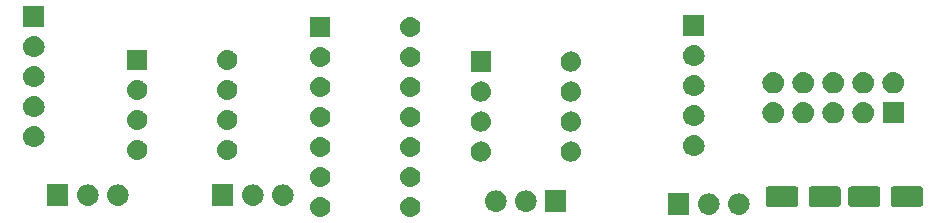
<source format=gbr>
G04 #@! TF.GenerationSoftware,KiCad,Pcbnew,(5.1.2-1)-1*
G04 #@! TF.CreationDate,2019-08-21T10:56:27-07:00*
G04 #@! TF.ProjectId,AS3360_VCA,41533333-3630-45f5-9643-412e6b696361,rev?*
G04 #@! TF.SameCoordinates,Original*
G04 #@! TF.FileFunction,Soldermask,Bot*
G04 #@! TF.FilePolarity,Negative*
%FSLAX46Y46*%
G04 Gerber Fmt 4.6, Leading zero omitted, Abs format (unit mm)*
G04 Created by KiCad (PCBNEW (5.1.2-1)-1) date 2019-08-21 10:56:27*
%MOMM*%
%LPD*%
G04 APERTURE LIST*
%ADD10C,0.100000*%
G04 APERTURE END LIST*
D10*
G36*
X89193823Y-107619313D02*
G01*
X89354242Y-107667976D01*
X89486906Y-107738886D01*
X89502078Y-107746996D01*
X89631659Y-107853341D01*
X89738004Y-107982922D01*
X89738005Y-107982924D01*
X89817024Y-108130758D01*
X89865687Y-108291177D01*
X89882117Y-108458000D01*
X89865687Y-108624823D01*
X89817024Y-108785242D01*
X89746114Y-108917906D01*
X89738004Y-108933078D01*
X89631659Y-109062659D01*
X89502078Y-109169004D01*
X89502076Y-109169005D01*
X89354242Y-109248024D01*
X89193823Y-109296687D01*
X89068804Y-109309000D01*
X88985196Y-109309000D01*
X88860177Y-109296687D01*
X88699758Y-109248024D01*
X88551924Y-109169005D01*
X88551922Y-109169004D01*
X88422341Y-109062659D01*
X88315996Y-108933078D01*
X88307886Y-108917906D01*
X88236976Y-108785242D01*
X88188313Y-108624823D01*
X88171883Y-108458000D01*
X88188313Y-108291177D01*
X88236976Y-108130758D01*
X88315995Y-107982924D01*
X88315996Y-107982922D01*
X88422341Y-107853341D01*
X88551922Y-107746996D01*
X88567094Y-107738886D01*
X88699758Y-107667976D01*
X88860177Y-107619313D01*
X88985196Y-107607000D01*
X89068804Y-107607000D01*
X89193823Y-107619313D01*
X89193823Y-107619313D01*
G37*
G36*
X81573823Y-107619313D02*
G01*
X81734242Y-107667976D01*
X81866906Y-107738886D01*
X81882078Y-107746996D01*
X82011659Y-107853341D01*
X82118004Y-107982922D01*
X82118005Y-107982924D01*
X82197024Y-108130758D01*
X82245687Y-108291177D01*
X82262117Y-108458000D01*
X82245687Y-108624823D01*
X82197024Y-108785242D01*
X82126114Y-108917906D01*
X82118004Y-108933078D01*
X82011659Y-109062659D01*
X81882078Y-109169004D01*
X81882076Y-109169005D01*
X81734242Y-109248024D01*
X81573823Y-109296687D01*
X81448804Y-109309000D01*
X81365196Y-109309000D01*
X81240177Y-109296687D01*
X81079758Y-109248024D01*
X80931924Y-109169005D01*
X80931922Y-109169004D01*
X80802341Y-109062659D01*
X80695996Y-108933078D01*
X80687886Y-108917906D01*
X80616976Y-108785242D01*
X80568313Y-108624823D01*
X80551883Y-108458000D01*
X80568313Y-108291177D01*
X80616976Y-108130758D01*
X80695995Y-107982924D01*
X80695996Y-107982922D01*
X80802341Y-107853341D01*
X80931922Y-107746996D01*
X80947094Y-107738886D01*
X81079758Y-107667976D01*
X81240177Y-107619313D01*
X81365196Y-107607000D01*
X81448804Y-107607000D01*
X81573823Y-107619313D01*
X81573823Y-107619313D01*
G37*
G36*
X116950442Y-107309518D02*
G01*
X117016627Y-107316037D01*
X117186466Y-107367557D01*
X117342991Y-107451222D01*
X117378729Y-107480552D01*
X117480186Y-107563814D01*
X117563448Y-107665271D01*
X117592778Y-107701009D01*
X117676443Y-107857534D01*
X117727963Y-108027373D01*
X117745359Y-108204000D01*
X117727963Y-108380627D01*
X117676443Y-108550466D01*
X117592778Y-108706991D01*
X117563448Y-108742729D01*
X117480186Y-108844186D01*
X117378729Y-108927448D01*
X117342991Y-108956778D01*
X117186466Y-109040443D01*
X117016627Y-109091963D01*
X116950443Y-109098481D01*
X116884260Y-109105000D01*
X116795740Y-109105000D01*
X116729557Y-109098481D01*
X116663373Y-109091963D01*
X116493534Y-109040443D01*
X116337009Y-108956778D01*
X116301271Y-108927448D01*
X116199814Y-108844186D01*
X116116552Y-108742729D01*
X116087222Y-108706991D01*
X116003557Y-108550466D01*
X115952037Y-108380627D01*
X115934641Y-108204000D01*
X115952037Y-108027373D01*
X116003557Y-107857534D01*
X116087222Y-107701009D01*
X116116552Y-107665271D01*
X116199814Y-107563814D01*
X116301271Y-107480552D01*
X116337009Y-107451222D01*
X116493534Y-107367557D01*
X116663373Y-107316037D01*
X116729558Y-107309518D01*
X116795740Y-107303000D01*
X116884260Y-107303000D01*
X116950442Y-107309518D01*
X116950442Y-107309518D01*
G37*
G36*
X114410442Y-107309518D02*
G01*
X114476627Y-107316037D01*
X114646466Y-107367557D01*
X114802991Y-107451222D01*
X114838729Y-107480552D01*
X114940186Y-107563814D01*
X115023448Y-107665271D01*
X115052778Y-107701009D01*
X115136443Y-107857534D01*
X115187963Y-108027373D01*
X115205359Y-108204000D01*
X115187963Y-108380627D01*
X115136443Y-108550466D01*
X115052778Y-108706991D01*
X115023448Y-108742729D01*
X114940186Y-108844186D01*
X114838729Y-108927448D01*
X114802991Y-108956778D01*
X114646466Y-109040443D01*
X114476627Y-109091963D01*
X114410443Y-109098481D01*
X114344260Y-109105000D01*
X114255740Y-109105000D01*
X114189557Y-109098481D01*
X114123373Y-109091963D01*
X113953534Y-109040443D01*
X113797009Y-108956778D01*
X113761271Y-108927448D01*
X113659814Y-108844186D01*
X113576552Y-108742729D01*
X113547222Y-108706991D01*
X113463557Y-108550466D01*
X113412037Y-108380627D01*
X113394641Y-108204000D01*
X113412037Y-108027373D01*
X113463557Y-107857534D01*
X113547222Y-107701009D01*
X113576552Y-107665271D01*
X113659814Y-107563814D01*
X113761271Y-107480552D01*
X113797009Y-107451222D01*
X113953534Y-107367557D01*
X114123373Y-107316037D01*
X114189558Y-107309518D01*
X114255740Y-107303000D01*
X114344260Y-107303000D01*
X114410442Y-107309518D01*
X114410442Y-107309518D01*
G37*
G36*
X112661000Y-109105000D02*
G01*
X110859000Y-109105000D01*
X110859000Y-107303000D01*
X112661000Y-107303000D01*
X112661000Y-109105000D01*
X112661000Y-109105000D01*
G37*
G36*
X96376442Y-107055518D02*
G01*
X96442627Y-107062037D01*
X96612466Y-107113557D01*
X96768991Y-107197222D01*
X96804729Y-107226552D01*
X96906186Y-107309814D01*
X96989448Y-107411271D01*
X97018778Y-107447009D01*
X97102443Y-107603534D01*
X97153963Y-107773373D01*
X97171359Y-107950000D01*
X97153963Y-108126627D01*
X97107910Y-108278443D01*
X97102442Y-108296468D01*
X97078046Y-108342109D01*
X97018778Y-108452991D01*
X97014667Y-108458000D01*
X96906186Y-108590186D01*
X96804729Y-108673448D01*
X96768991Y-108702778D01*
X96612466Y-108786443D01*
X96442627Y-108837963D01*
X96379453Y-108844185D01*
X96310260Y-108851000D01*
X96221740Y-108851000D01*
X96152547Y-108844185D01*
X96089373Y-108837963D01*
X95919534Y-108786443D01*
X95763009Y-108702778D01*
X95727271Y-108673448D01*
X95625814Y-108590186D01*
X95517333Y-108458000D01*
X95513222Y-108452991D01*
X95453954Y-108342109D01*
X95429558Y-108296468D01*
X95424090Y-108278443D01*
X95378037Y-108126627D01*
X95360641Y-107950000D01*
X95378037Y-107773373D01*
X95429557Y-107603534D01*
X95513222Y-107447009D01*
X95542552Y-107411271D01*
X95625814Y-107309814D01*
X95727271Y-107226552D01*
X95763009Y-107197222D01*
X95919534Y-107113557D01*
X96089373Y-107062037D01*
X96155558Y-107055518D01*
X96221740Y-107049000D01*
X96310260Y-107049000D01*
X96376442Y-107055518D01*
X96376442Y-107055518D01*
G37*
G36*
X98916442Y-107055518D02*
G01*
X98982627Y-107062037D01*
X99152466Y-107113557D01*
X99308991Y-107197222D01*
X99344729Y-107226552D01*
X99446186Y-107309814D01*
X99529448Y-107411271D01*
X99558778Y-107447009D01*
X99642443Y-107603534D01*
X99693963Y-107773373D01*
X99711359Y-107950000D01*
X99693963Y-108126627D01*
X99647910Y-108278443D01*
X99642442Y-108296468D01*
X99618046Y-108342109D01*
X99558778Y-108452991D01*
X99554667Y-108458000D01*
X99446186Y-108590186D01*
X99344729Y-108673448D01*
X99308991Y-108702778D01*
X99152466Y-108786443D01*
X98982627Y-108837963D01*
X98919453Y-108844185D01*
X98850260Y-108851000D01*
X98761740Y-108851000D01*
X98692547Y-108844185D01*
X98629373Y-108837963D01*
X98459534Y-108786443D01*
X98303009Y-108702778D01*
X98267271Y-108673448D01*
X98165814Y-108590186D01*
X98057333Y-108458000D01*
X98053222Y-108452991D01*
X97993954Y-108342109D01*
X97969558Y-108296468D01*
X97964090Y-108278443D01*
X97918037Y-108126627D01*
X97900641Y-107950000D01*
X97918037Y-107773373D01*
X97969557Y-107603534D01*
X98053222Y-107447009D01*
X98082552Y-107411271D01*
X98165814Y-107309814D01*
X98267271Y-107226552D01*
X98303009Y-107197222D01*
X98459534Y-107113557D01*
X98629373Y-107062037D01*
X98695558Y-107055518D01*
X98761740Y-107049000D01*
X98850260Y-107049000D01*
X98916442Y-107055518D01*
X98916442Y-107055518D01*
G37*
G36*
X102247000Y-108851000D02*
G01*
X100445000Y-108851000D01*
X100445000Y-107049000D01*
X102247000Y-107049000D01*
X102247000Y-108851000D01*
X102247000Y-108851000D01*
G37*
G36*
X121706997Y-106722051D02*
G01*
X121740652Y-106732261D01*
X121771665Y-106748838D01*
X121798851Y-106771149D01*
X121821162Y-106798335D01*
X121837739Y-106829348D01*
X121847949Y-106863003D01*
X121852000Y-106904138D01*
X121852000Y-108233862D01*
X121847949Y-108274997D01*
X121837739Y-108308652D01*
X121821162Y-108339665D01*
X121798851Y-108366851D01*
X121771665Y-108389162D01*
X121740652Y-108405739D01*
X121706997Y-108415949D01*
X121665862Y-108420000D01*
X119336138Y-108420000D01*
X119295003Y-108415949D01*
X119261348Y-108405739D01*
X119230335Y-108389162D01*
X119203149Y-108366851D01*
X119180838Y-108339665D01*
X119164261Y-108308652D01*
X119154051Y-108274997D01*
X119150000Y-108233862D01*
X119150000Y-106904138D01*
X119154051Y-106863003D01*
X119164261Y-106829348D01*
X119180838Y-106798335D01*
X119203149Y-106771149D01*
X119230335Y-106748838D01*
X119261348Y-106732261D01*
X119295003Y-106722051D01*
X119336138Y-106718000D01*
X121665862Y-106718000D01*
X121706997Y-106722051D01*
X121706997Y-106722051D01*
G37*
G36*
X125306997Y-106722051D02*
G01*
X125340652Y-106732261D01*
X125371665Y-106748838D01*
X125398851Y-106771149D01*
X125421162Y-106798335D01*
X125437739Y-106829348D01*
X125447949Y-106863003D01*
X125452000Y-106904138D01*
X125452000Y-108233862D01*
X125447949Y-108274997D01*
X125437739Y-108308652D01*
X125421162Y-108339665D01*
X125398851Y-108366851D01*
X125371665Y-108389162D01*
X125340652Y-108405739D01*
X125306997Y-108415949D01*
X125265862Y-108420000D01*
X122936138Y-108420000D01*
X122895003Y-108415949D01*
X122861348Y-108405739D01*
X122830335Y-108389162D01*
X122803149Y-108366851D01*
X122780838Y-108339665D01*
X122764261Y-108308652D01*
X122754051Y-108274997D01*
X122750000Y-108233862D01*
X122750000Y-106904138D01*
X122754051Y-106863003D01*
X122764261Y-106829348D01*
X122780838Y-106798335D01*
X122803149Y-106771149D01*
X122830335Y-106748838D01*
X122861348Y-106732261D01*
X122895003Y-106722051D01*
X122936138Y-106718000D01*
X125265862Y-106718000D01*
X125306997Y-106722051D01*
X125306997Y-106722051D01*
G37*
G36*
X128669997Y-106722051D02*
G01*
X128703652Y-106732261D01*
X128734665Y-106748838D01*
X128761851Y-106771149D01*
X128784162Y-106798335D01*
X128800739Y-106829348D01*
X128810949Y-106863003D01*
X128815000Y-106904138D01*
X128815000Y-108233862D01*
X128810949Y-108274997D01*
X128800739Y-108308652D01*
X128784162Y-108339665D01*
X128761851Y-108366851D01*
X128734665Y-108389162D01*
X128703652Y-108405739D01*
X128669997Y-108415949D01*
X128628862Y-108420000D01*
X126299138Y-108420000D01*
X126258003Y-108415949D01*
X126224348Y-108405739D01*
X126193335Y-108389162D01*
X126166149Y-108366851D01*
X126143838Y-108339665D01*
X126127261Y-108308652D01*
X126117051Y-108274997D01*
X126113000Y-108233862D01*
X126113000Y-106904138D01*
X126117051Y-106863003D01*
X126127261Y-106829348D01*
X126143838Y-106798335D01*
X126166149Y-106771149D01*
X126193335Y-106748838D01*
X126224348Y-106732261D01*
X126258003Y-106722051D01*
X126299138Y-106718000D01*
X128628862Y-106718000D01*
X128669997Y-106722051D01*
X128669997Y-106722051D01*
G37*
G36*
X132269997Y-106722051D02*
G01*
X132303652Y-106732261D01*
X132334665Y-106748838D01*
X132361851Y-106771149D01*
X132384162Y-106798335D01*
X132400739Y-106829348D01*
X132410949Y-106863003D01*
X132415000Y-106904138D01*
X132415000Y-108233862D01*
X132410949Y-108274997D01*
X132400739Y-108308652D01*
X132384162Y-108339665D01*
X132361851Y-108366851D01*
X132334665Y-108389162D01*
X132303652Y-108405739D01*
X132269997Y-108415949D01*
X132228862Y-108420000D01*
X129899138Y-108420000D01*
X129858003Y-108415949D01*
X129824348Y-108405739D01*
X129793335Y-108389162D01*
X129766149Y-108366851D01*
X129743838Y-108339665D01*
X129727261Y-108308652D01*
X129717051Y-108274997D01*
X129713000Y-108233862D01*
X129713000Y-106904138D01*
X129717051Y-106863003D01*
X129727261Y-106829348D01*
X129743838Y-106798335D01*
X129766149Y-106771149D01*
X129793335Y-106748838D01*
X129824348Y-106732261D01*
X129858003Y-106722051D01*
X129899138Y-106718000D01*
X132228862Y-106718000D01*
X132269997Y-106722051D01*
X132269997Y-106722051D01*
G37*
G36*
X78342443Y-106547519D02*
G01*
X78408627Y-106554037D01*
X78578466Y-106605557D01*
X78734991Y-106689222D01*
X78757901Y-106708024D01*
X78872186Y-106801814D01*
X78938129Y-106882167D01*
X78984778Y-106939009D01*
X79068443Y-107095534D01*
X79119963Y-107265373D01*
X79137359Y-107442000D01*
X79119963Y-107618627D01*
X79068443Y-107788466D01*
X78984778Y-107944991D01*
X78980667Y-107950000D01*
X78872186Y-108082186D01*
X78784602Y-108154063D01*
X78734991Y-108194778D01*
X78578466Y-108278443D01*
X78408627Y-108329963D01*
X78342442Y-108336482D01*
X78276260Y-108343000D01*
X78187740Y-108343000D01*
X78121558Y-108336482D01*
X78055373Y-108329963D01*
X77885534Y-108278443D01*
X77729009Y-108194778D01*
X77679398Y-108154063D01*
X77591814Y-108082186D01*
X77483333Y-107950000D01*
X77479222Y-107944991D01*
X77395557Y-107788466D01*
X77344037Y-107618627D01*
X77326641Y-107442000D01*
X77344037Y-107265373D01*
X77395557Y-107095534D01*
X77479222Y-106939009D01*
X77525871Y-106882167D01*
X77591814Y-106801814D01*
X77706099Y-106708024D01*
X77729009Y-106689222D01*
X77885534Y-106605557D01*
X78055373Y-106554037D01*
X78121557Y-106547519D01*
X78187740Y-106541000D01*
X78276260Y-106541000D01*
X78342443Y-106547519D01*
X78342443Y-106547519D01*
G37*
G36*
X75802443Y-106547519D02*
G01*
X75868627Y-106554037D01*
X76038466Y-106605557D01*
X76194991Y-106689222D01*
X76217901Y-106708024D01*
X76332186Y-106801814D01*
X76398129Y-106882167D01*
X76444778Y-106939009D01*
X76528443Y-107095534D01*
X76579963Y-107265373D01*
X76597359Y-107442000D01*
X76579963Y-107618627D01*
X76528443Y-107788466D01*
X76444778Y-107944991D01*
X76440667Y-107950000D01*
X76332186Y-108082186D01*
X76244602Y-108154063D01*
X76194991Y-108194778D01*
X76038466Y-108278443D01*
X75868627Y-108329963D01*
X75802442Y-108336482D01*
X75736260Y-108343000D01*
X75647740Y-108343000D01*
X75581558Y-108336482D01*
X75515373Y-108329963D01*
X75345534Y-108278443D01*
X75189009Y-108194778D01*
X75139398Y-108154063D01*
X75051814Y-108082186D01*
X74943333Y-107950000D01*
X74939222Y-107944991D01*
X74855557Y-107788466D01*
X74804037Y-107618627D01*
X74786641Y-107442000D01*
X74804037Y-107265373D01*
X74855557Y-107095534D01*
X74939222Y-106939009D01*
X74985871Y-106882167D01*
X75051814Y-106801814D01*
X75166099Y-106708024D01*
X75189009Y-106689222D01*
X75345534Y-106605557D01*
X75515373Y-106554037D01*
X75581557Y-106547519D01*
X75647740Y-106541000D01*
X75736260Y-106541000D01*
X75802443Y-106547519D01*
X75802443Y-106547519D01*
G37*
G36*
X74053000Y-108343000D02*
G01*
X72251000Y-108343000D01*
X72251000Y-106541000D01*
X74053000Y-106541000D01*
X74053000Y-108343000D01*
X74053000Y-108343000D01*
G37*
G36*
X64372443Y-106547519D02*
G01*
X64438627Y-106554037D01*
X64608466Y-106605557D01*
X64764991Y-106689222D01*
X64787901Y-106708024D01*
X64902186Y-106801814D01*
X64968129Y-106882167D01*
X65014778Y-106939009D01*
X65098443Y-107095534D01*
X65149963Y-107265373D01*
X65167359Y-107442000D01*
X65149963Y-107618627D01*
X65098443Y-107788466D01*
X65014778Y-107944991D01*
X65010667Y-107950000D01*
X64902186Y-108082186D01*
X64814602Y-108154063D01*
X64764991Y-108194778D01*
X64608466Y-108278443D01*
X64438627Y-108329963D01*
X64372442Y-108336482D01*
X64306260Y-108343000D01*
X64217740Y-108343000D01*
X64151558Y-108336482D01*
X64085373Y-108329963D01*
X63915534Y-108278443D01*
X63759009Y-108194778D01*
X63709398Y-108154063D01*
X63621814Y-108082186D01*
X63513333Y-107950000D01*
X63509222Y-107944991D01*
X63425557Y-107788466D01*
X63374037Y-107618627D01*
X63356641Y-107442000D01*
X63374037Y-107265373D01*
X63425557Y-107095534D01*
X63509222Y-106939009D01*
X63555871Y-106882167D01*
X63621814Y-106801814D01*
X63736099Y-106708024D01*
X63759009Y-106689222D01*
X63915534Y-106605557D01*
X64085373Y-106554037D01*
X64151557Y-106547519D01*
X64217740Y-106541000D01*
X64306260Y-106541000D01*
X64372443Y-106547519D01*
X64372443Y-106547519D01*
G37*
G36*
X61832443Y-106547519D02*
G01*
X61898627Y-106554037D01*
X62068466Y-106605557D01*
X62224991Y-106689222D01*
X62247901Y-106708024D01*
X62362186Y-106801814D01*
X62428129Y-106882167D01*
X62474778Y-106939009D01*
X62558443Y-107095534D01*
X62609963Y-107265373D01*
X62627359Y-107442000D01*
X62609963Y-107618627D01*
X62558443Y-107788466D01*
X62474778Y-107944991D01*
X62470667Y-107950000D01*
X62362186Y-108082186D01*
X62274602Y-108154063D01*
X62224991Y-108194778D01*
X62068466Y-108278443D01*
X61898627Y-108329963D01*
X61832442Y-108336482D01*
X61766260Y-108343000D01*
X61677740Y-108343000D01*
X61611558Y-108336482D01*
X61545373Y-108329963D01*
X61375534Y-108278443D01*
X61219009Y-108194778D01*
X61169398Y-108154063D01*
X61081814Y-108082186D01*
X60973333Y-107950000D01*
X60969222Y-107944991D01*
X60885557Y-107788466D01*
X60834037Y-107618627D01*
X60816641Y-107442000D01*
X60834037Y-107265373D01*
X60885557Y-107095534D01*
X60969222Y-106939009D01*
X61015871Y-106882167D01*
X61081814Y-106801814D01*
X61196099Y-106708024D01*
X61219009Y-106689222D01*
X61375534Y-106605557D01*
X61545373Y-106554037D01*
X61611557Y-106547519D01*
X61677740Y-106541000D01*
X61766260Y-106541000D01*
X61832443Y-106547519D01*
X61832443Y-106547519D01*
G37*
G36*
X60083000Y-108343000D02*
G01*
X58281000Y-108343000D01*
X58281000Y-106541000D01*
X60083000Y-106541000D01*
X60083000Y-108343000D01*
X60083000Y-108343000D01*
G37*
G36*
X89193823Y-105079313D02*
G01*
X89354242Y-105127976D01*
X89486906Y-105198886D01*
X89502078Y-105206996D01*
X89631659Y-105313341D01*
X89738004Y-105442922D01*
X89738005Y-105442924D01*
X89817024Y-105590758D01*
X89865687Y-105751177D01*
X89882117Y-105918000D01*
X89865687Y-106084823D01*
X89817024Y-106245242D01*
X89746114Y-106377906D01*
X89738004Y-106393078D01*
X89631659Y-106522659D01*
X89502078Y-106629004D01*
X89502076Y-106629005D01*
X89354242Y-106708024D01*
X89193823Y-106756687D01*
X89068804Y-106769000D01*
X88985196Y-106769000D01*
X88860177Y-106756687D01*
X88699758Y-106708024D01*
X88551924Y-106629005D01*
X88551922Y-106629004D01*
X88422341Y-106522659D01*
X88315996Y-106393078D01*
X88307886Y-106377906D01*
X88236976Y-106245242D01*
X88188313Y-106084823D01*
X88171883Y-105918000D01*
X88188313Y-105751177D01*
X88236976Y-105590758D01*
X88315995Y-105442924D01*
X88315996Y-105442922D01*
X88422341Y-105313341D01*
X88551922Y-105206996D01*
X88567094Y-105198886D01*
X88699758Y-105127976D01*
X88860177Y-105079313D01*
X88985196Y-105067000D01*
X89068804Y-105067000D01*
X89193823Y-105079313D01*
X89193823Y-105079313D01*
G37*
G36*
X81573823Y-105079313D02*
G01*
X81734242Y-105127976D01*
X81866906Y-105198886D01*
X81882078Y-105206996D01*
X82011659Y-105313341D01*
X82118004Y-105442922D01*
X82118005Y-105442924D01*
X82197024Y-105590758D01*
X82245687Y-105751177D01*
X82262117Y-105918000D01*
X82245687Y-106084823D01*
X82197024Y-106245242D01*
X82126114Y-106377906D01*
X82118004Y-106393078D01*
X82011659Y-106522659D01*
X81882078Y-106629004D01*
X81882076Y-106629005D01*
X81734242Y-106708024D01*
X81573823Y-106756687D01*
X81448804Y-106769000D01*
X81365196Y-106769000D01*
X81240177Y-106756687D01*
X81079758Y-106708024D01*
X80931924Y-106629005D01*
X80931922Y-106629004D01*
X80802341Y-106522659D01*
X80695996Y-106393078D01*
X80687886Y-106377906D01*
X80616976Y-106245242D01*
X80568313Y-106084823D01*
X80551883Y-105918000D01*
X80568313Y-105751177D01*
X80616976Y-105590758D01*
X80695995Y-105442924D01*
X80695996Y-105442922D01*
X80802341Y-105313341D01*
X80931922Y-105206996D01*
X80947094Y-105198886D01*
X81079758Y-105127976D01*
X81240177Y-105079313D01*
X81365196Y-105067000D01*
X81448804Y-105067000D01*
X81573823Y-105079313D01*
X81573823Y-105079313D01*
G37*
G36*
X95162823Y-102920313D02*
G01*
X95323242Y-102968976D01*
X95432435Y-103027341D01*
X95471078Y-103047996D01*
X95600659Y-103154341D01*
X95707004Y-103283922D01*
X95707005Y-103283924D01*
X95786024Y-103431758D01*
X95834687Y-103592177D01*
X95851117Y-103759000D01*
X95834687Y-103925823D01*
X95786024Y-104086242D01*
X95742310Y-104168025D01*
X95707004Y-104234078D01*
X95600659Y-104363659D01*
X95471078Y-104470004D01*
X95471076Y-104470005D01*
X95323242Y-104549024D01*
X95162823Y-104597687D01*
X95037804Y-104610000D01*
X94954196Y-104610000D01*
X94829177Y-104597687D01*
X94668758Y-104549024D01*
X94520924Y-104470005D01*
X94520922Y-104470004D01*
X94391341Y-104363659D01*
X94284996Y-104234078D01*
X94249690Y-104168025D01*
X94205976Y-104086242D01*
X94157313Y-103925823D01*
X94140883Y-103759000D01*
X94157313Y-103592177D01*
X94205976Y-103431758D01*
X94284995Y-103283924D01*
X94284996Y-103283922D01*
X94391341Y-103154341D01*
X94520922Y-103047996D01*
X94559565Y-103027341D01*
X94668758Y-102968976D01*
X94829177Y-102920313D01*
X94954196Y-102908000D01*
X95037804Y-102908000D01*
X95162823Y-102920313D01*
X95162823Y-102920313D01*
G37*
G36*
X102782823Y-102920313D02*
G01*
X102943242Y-102968976D01*
X103052435Y-103027341D01*
X103091078Y-103047996D01*
X103220659Y-103154341D01*
X103327004Y-103283922D01*
X103327005Y-103283924D01*
X103406024Y-103431758D01*
X103454687Y-103592177D01*
X103471117Y-103759000D01*
X103454687Y-103925823D01*
X103406024Y-104086242D01*
X103362310Y-104168025D01*
X103327004Y-104234078D01*
X103220659Y-104363659D01*
X103091078Y-104470004D01*
X103091076Y-104470005D01*
X102943242Y-104549024D01*
X102782823Y-104597687D01*
X102657804Y-104610000D01*
X102574196Y-104610000D01*
X102449177Y-104597687D01*
X102288758Y-104549024D01*
X102140924Y-104470005D01*
X102140922Y-104470004D01*
X102011341Y-104363659D01*
X101904996Y-104234078D01*
X101869690Y-104168025D01*
X101825976Y-104086242D01*
X101777313Y-103925823D01*
X101760883Y-103759000D01*
X101777313Y-103592177D01*
X101825976Y-103431758D01*
X101904995Y-103283924D01*
X101904996Y-103283922D01*
X102011341Y-103154341D01*
X102140922Y-103047996D01*
X102179565Y-103027341D01*
X102288758Y-102968976D01*
X102449177Y-102920313D01*
X102574196Y-102908000D01*
X102657804Y-102908000D01*
X102782823Y-102920313D01*
X102782823Y-102920313D01*
G37*
G36*
X66079823Y-102793313D02*
G01*
X66240242Y-102841976D01*
X66357276Y-102904532D01*
X66388078Y-102920996D01*
X66517659Y-103027341D01*
X66624004Y-103156922D01*
X66624005Y-103156924D01*
X66703024Y-103304758D01*
X66703025Y-103304761D01*
X66709299Y-103325443D01*
X66751687Y-103465177D01*
X66768117Y-103632000D01*
X66751687Y-103798823D01*
X66703024Y-103959242D01*
X66690507Y-103982659D01*
X66624004Y-104107078D01*
X66517659Y-104236659D01*
X66388078Y-104343004D01*
X66388076Y-104343005D01*
X66240242Y-104422024D01*
X66079823Y-104470687D01*
X65954804Y-104483000D01*
X65871196Y-104483000D01*
X65746177Y-104470687D01*
X65585758Y-104422024D01*
X65437924Y-104343005D01*
X65437922Y-104343004D01*
X65308341Y-104236659D01*
X65201996Y-104107078D01*
X65135493Y-103982659D01*
X65122976Y-103959242D01*
X65074313Y-103798823D01*
X65057883Y-103632000D01*
X65074313Y-103465177D01*
X65116701Y-103325443D01*
X65122975Y-103304761D01*
X65122976Y-103304758D01*
X65201995Y-103156924D01*
X65201996Y-103156922D01*
X65308341Y-103027341D01*
X65437922Y-102920996D01*
X65468724Y-102904532D01*
X65585758Y-102841976D01*
X65746177Y-102793313D01*
X65871196Y-102781000D01*
X65954804Y-102781000D01*
X66079823Y-102793313D01*
X66079823Y-102793313D01*
G37*
G36*
X73699823Y-102793313D02*
G01*
X73860242Y-102841976D01*
X73977276Y-102904532D01*
X74008078Y-102920996D01*
X74137659Y-103027341D01*
X74244004Y-103156922D01*
X74244005Y-103156924D01*
X74323024Y-103304758D01*
X74323025Y-103304761D01*
X74329299Y-103325443D01*
X74371687Y-103465177D01*
X74388117Y-103632000D01*
X74371687Y-103798823D01*
X74323024Y-103959242D01*
X74310507Y-103982659D01*
X74244004Y-104107078D01*
X74137659Y-104236659D01*
X74008078Y-104343004D01*
X74008076Y-104343005D01*
X73860242Y-104422024D01*
X73699823Y-104470687D01*
X73574804Y-104483000D01*
X73491196Y-104483000D01*
X73366177Y-104470687D01*
X73205758Y-104422024D01*
X73057924Y-104343005D01*
X73057922Y-104343004D01*
X72928341Y-104236659D01*
X72821996Y-104107078D01*
X72755493Y-103982659D01*
X72742976Y-103959242D01*
X72694313Y-103798823D01*
X72677883Y-103632000D01*
X72694313Y-103465177D01*
X72736701Y-103325443D01*
X72742975Y-103304761D01*
X72742976Y-103304758D01*
X72821995Y-103156924D01*
X72821996Y-103156922D01*
X72928341Y-103027341D01*
X73057922Y-102920996D01*
X73088724Y-102904532D01*
X73205758Y-102841976D01*
X73366177Y-102793313D01*
X73491196Y-102781000D01*
X73574804Y-102781000D01*
X73699823Y-102793313D01*
X73699823Y-102793313D01*
G37*
G36*
X89193823Y-102539313D02*
G01*
X89354242Y-102587976D01*
X89486906Y-102658886D01*
X89502078Y-102666996D01*
X89631659Y-102773341D01*
X89738004Y-102902922D01*
X89738866Y-102904534D01*
X89817024Y-103050758D01*
X89865687Y-103211177D01*
X89882117Y-103378000D01*
X89865687Y-103544823D01*
X89817024Y-103705242D01*
X89767004Y-103798823D01*
X89738004Y-103853078D01*
X89631659Y-103982659D01*
X89502078Y-104089004D01*
X89502076Y-104089005D01*
X89354242Y-104168024D01*
X89193823Y-104216687D01*
X89068804Y-104229000D01*
X88985196Y-104229000D01*
X88860177Y-104216687D01*
X88699758Y-104168024D01*
X88551924Y-104089005D01*
X88551922Y-104089004D01*
X88422341Y-103982659D01*
X88315996Y-103853078D01*
X88286996Y-103798823D01*
X88236976Y-103705242D01*
X88188313Y-103544823D01*
X88171883Y-103378000D01*
X88188313Y-103211177D01*
X88236976Y-103050758D01*
X88315134Y-102904534D01*
X88315996Y-102902922D01*
X88422341Y-102773341D01*
X88551922Y-102666996D01*
X88567094Y-102658886D01*
X88699758Y-102587976D01*
X88860177Y-102539313D01*
X88985196Y-102527000D01*
X89068804Y-102527000D01*
X89193823Y-102539313D01*
X89193823Y-102539313D01*
G37*
G36*
X81573823Y-102539313D02*
G01*
X81734242Y-102587976D01*
X81866906Y-102658886D01*
X81882078Y-102666996D01*
X82011659Y-102773341D01*
X82118004Y-102902922D01*
X82118866Y-102904534D01*
X82197024Y-103050758D01*
X82245687Y-103211177D01*
X82262117Y-103378000D01*
X82245687Y-103544823D01*
X82197024Y-103705242D01*
X82147004Y-103798823D01*
X82118004Y-103853078D01*
X82011659Y-103982659D01*
X81882078Y-104089004D01*
X81882076Y-104089005D01*
X81734242Y-104168024D01*
X81573823Y-104216687D01*
X81448804Y-104229000D01*
X81365196Y-104229000D01*
X81240177Y-104216687D01*
X81079758Y-104168024D01*
X80931924Y-104089005D01*
X80931922Y-104089004D01*
X80802341Y-103982659D01*
X80695996Y-103853078D01*
X80666996Y-103798823D01*
X80616976Y-103705242D01*
X80568313Y-103544823D01*
X80551883Y-103378000D01*
X80568313Y-103211177D01*
X80616976Y-103050758D01*
X80695134Y-102904534D01*
X80695996Y-102902922D01*
X80802341Y-102773341D01*
X80931922Y-102666996D01*
X80947094Y-102658886D01*
X81079758Y-102587976D01*
X81240177Y-102539313D01*
X81365196Y-102527000D01*
X81448804Y-102527000D01*
X81573823Y-102539313D01*
X81573823Y-102539313D01*
G37*
G36*
X113140442Y-102356518D02*
G01*
X113206627Y-102363037D01*
X113376466Y-102414557D01*
X113532991Y-102498222D01*
X113568057Y-102527000D01*
X113670186Y-102610814D01*
X113753448Y-102712271D01*
X113782778Y-102748009D01*
X113866443Y-102904534D01*
X113917963Y-103074373D01*
X113935359Y-103251000D01*
X113917963Y-103427627D01*
X113866443Y-103597466D01*
X113782778Y-103753991D01*
X113778667Y-103759000D01*
X113670186Y-103891186D01*
X113587262Y-103959239D01*
X113532991Y-104003778D01*
X113376466Y-104087443D01*
X113206627Y-104138963D01*
X113140443Y-104145481D01*
X113074260Y-104152000D01*
X112985740Y-104152000D01*
X112919558Y-104145482D01*
X112853373Y-104138963D01*
X112683534Y-104087443D01*
X112527009Y-104003778D01*
X112472738Y-103959239D01*
X112389814Y-103891186D01*
X112281333Y-103759000D01*
X112277222Y-103753991D01*
X112193557Y-103597466D01*
X112142037Y-103427627D01*
X112124641Y-103251000D01*
X112142037Y-103074373D01*
X112193557Y-102904534D01*
X112277222Y-102748009D01*
X112306552Y-102712271D01*
X112389814Y-102610814D01*
X112491943Y-102527000D01*
X112527009Y-102498222D01*
X112683534Y-102414557D01*
X112853373Y-102363037D01*
X112919557Y-102356519D01*
X112985740Y-102350000D01*
X113074260Y-102350000D01*
X113140442Y-102356518D01*
X113140442Y-102356518D01*
G37*
G36*
X57260443Y-101594519D02*
G01*
X57326627Y-101601037D01*
X57496466Y-101652557D01*
X57652991Y-101736222D01*
X57688729Y-101765552D01*
X57790186Y-101848814D01*
X57857376Y-101930687D01*
X57902778Y-101986009D01*
X57986443Y-102142534D01*
X58037963Y-102312373D01*
X58055359Y-102489000D01*
X58037963Y-102665627D01*
X57986443Y-102835466D01*
X57902778Y-102991991D01*
X57873767Y-103027341D01*
X57790186Y-103129186D01*
X57690281Y-103211175D01*
X57652991Y-103241778D01*
X57496466Y-103325443D01*
X57326627Y-103376963D01*
X57260443Y-103383481D01*
X57194260Y-103390000D01*
X57105740Y-103390000D01*
X57039557Y-103383481D01*
X56973373Y-103376963D01*
X56803534Y-103325443D01*
X56647009Y-103241778D01*
X56609719Y-103211175D01*
X56509814Y-103129186D01*
X56426233Y-103027341D01*
X56397222Y-102991991D01*
X56313557Y-102835466D01*
X56262037Y-102665627D01*
X56244641Y-102489000D01*
X56262037Y-102312373D01*
X56313557Y-102142534D01*
X56397222Y-101986009D01*
X56442624Y-101930687D01*
X56509814Y-101848814D01*
X56611271Y-101765552D01*
X56647009Y-101736222D01*
X56803534Y-101652557D01*
X56973373Y-101601037D01*
X57039557Y-101594519D01*
X57105740Y-101588000D01*
X57194260Y-101588000D01*
X57260443Y-101594519D01*
X57260443Y-101594519D01*
G37*
G36*
X95162823Y-100380313D02*
G01*
X95323242Y-100428976D01*
X95432435Y-100487341D01*
X95471078Y-100507996D01*
X95600659Y-100614341D01*
X95707004Y-100743922D01*
X95707005Y-100743924D01*
X95786024Y-100891758D01*
X95834687Y-101052177D01*
X95851117Y-101219000D01*
X95834687Y-101385823D01*
X95786024Y-101546242D01*
X95742310Y-101628025D01*
X95707004Y-101694078D01*
X95600659Y-101823659D01*
X95471078Y-101930004D01*
X95471076Y-101930005D01*
X95323242Y-102009024D01*
X95162823Y-102057687D01*
X95037804Y-102070000D01*
X94954196Y-102070000D01*
X94829177Y-102057687D01*
X94668758Y-102009024D01*
X94520924Y-101930005D01*
X94520922Y-101930004D01*
X94391341Y-101823659D01*
X94284996Y-101694078D01*
X94249690Y-101628025D01*
X94205976Y-101546242D01*
X94157313Y-101385823D01*
X94140883Y-101219000D01*
X94157313Y-101052177D01*
X94205976Y-100891758D01*
X94284995Y-100743924D01*
X94284996Y-100743922D01*
X94391341Y-100614341D01*
X94520922Y-100507996D01*
X94559565Y-100487341D01*
X94668758Y-100428976D01*
X94829177Y-100380313D01*
X94954196Y-100368000D01*
X95037804Y-100368000D01*
X95162823Y-100380313D01*
X95162823Y-100380313D01*
G37*
G36*
X102782823Y-100380313D02*
G01*
X102943242Y-100428976D01*
X103052435Y-100487341D01*
X103091078Y-100507996D01*
X103220659Y-100614341D01*
X103327004Y-100743922D01*
X103327005Y-100743924D01*
X103406024Y-100891758D01*
X103454687Y-101052177D01*
X103471117Y-101219000D01*
X103454687Y-101385823D01*
X103406024Y-101546242D01*
X103362310Y-101628025D01*
X103327004Y-101694078D01*
X103220659Y-101823659D01*
X103091078Y-101930004D01*
X103091076Y-101930005D01*
X102943242Y-102009024D01*
X102782823Y-102057687D01*
X102657804Y-102070000D01*
X102574196Y-102070000D01*
X102449177Y-102057687D01*
X102288758Y-102009024D01*
X102140924Y-101930005D01*
X102140922Y-101930004D01*
X102011341Y-101823659D01*
X101904996Y-101694078D01*
X101869690Y-101628025D01*
X101825976Y-101546242D01*
X101777313Y-101385823D01*
X101760883Y-101219000D01*
X101777313Y-101052177D01*
X101825976Y-100891758D01*
X101904995Y-100743924D01*
X101904996Y-100743922D01*
X102011341Y-100614341D01*
X102140922Y-100507996D01*
X102179565Y-100487341D01*
X102288758Y-100428976D01*
X102449177Y-100380313D01*
X102574196Y-100368000D01*
X102657804Y-100368000D01*
X102782823Y-100380313D01*
X102782823Y-100380313D01*
G37*
G36*
X73699823Y-100253313D02*
G01*
X73860242Y-100301976D01*
X73977276Y-100364532D01*
X74008078Y-100380996D01*
X74137659Y-100487341D01*
X74244004Y-100616922D01*
X74244005Y-100616924D01*
X74323024Y-100764758D01*
X74323025Y-100764761D01*
X74329299Y-100785443D01*
X74371687Y-100925177D01*
X74388117Y-101092000D01*
X74371687Y-101258823D01*
X74323024Y-101419242D01*
X74310507Y-101442659D01*
X74244004Y-101567078D01*
X74137659Y-101696659D01*
X74008078Y-101803004D01*
X74008076Y-101803005D01*
X73860242Y-101882024D01*
X73699823Y-101930687D01*
X73574804Y-101943000D01*
X73491196Y-101943000D01*
X73366177Y-101930687D01*
X73205758Y-101882024D01*
X73057924Y-101803005D01*
X73057922Y-101803004D01*
X72928341Y-101696659D01*
X72821996Y-101567078D01*
X72755493Y-101442659D01*
X72742976Y-101419242D01*
X72694313Y-101258823D01*
X72677883Y-101092000D01*
X72694313Y-100925177D01*
X72736701Y-100785443D01*
X72742975Y-100764761D01*
X72742976Y-100764758D01*
X72821995Y-100616924D01*
X72821996Y-100616922D01*
X72928341Y-100487341D01*
X73057922Y-100380996D01*
X73088724Y-100364532D01*
X73205758Y-100301976D01*
X73366177Y-100253313D01*
X73491196Y-100241000D01*
X73574804Y-100241000D01*
X73699823Y-100253313D01*
X73699823Y-100253313D01*
G37*
G36*
X66079823Y-100253313D02*
G01*
X66240242Y-100301976D01*
X66357276Y-100364532D01*
X66388078Y-100380996D01*
X66517659Y-100487341D01*
X66624004Y-100616922D01*
X66624005Y-100616924D01*
X66703024Y-100764758D01*
X66703025Y-100764761D01*
X66709299Y-100785443D01*
X66751687Y-100925177D01*
X66768117Y-101092000D01*
X66751687Y-101258823D01*
X66703024Y-101419242D01*
X66690507Y-101442659D01*
X66624004Y-101567078D01*
X66517659Y-101696659D01*
X66388078Y-101803004D01*
X66388076Y-101803005D01*
X66240242Y-101882024D01*
X66079823Y-101930687D01*
X65954804Y-101943000D01*
X65871196Y-101943000D01*
X65746177Y-101930687D01*
X65585758Y-101882024D01*
X65437924Y-101803005D01*
X65437922Y-101803004D01*
X65308341Y-101696659D01*
X65201996Y-101567078D01*
X65135493Y-101442659D01*
X65122976Y-101419242D01*
X65074313Y-101258823D01*
X65057883Y-101092000D01*
X65074313Y-100925177D01*
X65116701Y-100785443D01*
X65122975Y-100764761D01*
X65122976Y-100764758D01*
X65201995Y-100616924D01*
X65201996Y-100616922D01*
X65308341Y-100487341D01*
X65437922Y-100380996D01*
X65468724Y-100364532D01*
X65585758Y-100301976D01*
X65746177Y-100253313D01*
X65871196Y-100241000D01*
X65954804Y-100241000D01*
X66079823Y-100253313D01*
X66079823Y-100253313D01*
G37*
G36*
X89193823Y-99999313D02*
G01*
X89354242Y-100047976D01*
X89461495Y-100105304D01*
X89502078Y-100126996D01*
X89631659Y-100233341D01*
X89738004Y-100362922D01*
X89738866Y-100364534D01*
X89817024Y-100510758D01*
X89865687Y-100671177D01*
X89882117Y-100838000D01*
X89865687Y-101004823D01*
X89817024Y-101165242D01*
X89767004Y-101258823D01*
X89738004Y-101313078D01*
X89631659Y-101442659D01*
X89502078Y-101549004D01*
X89502076Y-101549005D01*
X89354242Y-101628024D01*
X89193823Y-101676687D01*
X89068804Y-101689000D01*
X88985196Y-101689000D01*
X88860177Y-101676687D01*
X88699758Y-101628024D01*
X88551924Y-101549005D01*
X88551922Y-101549004D01*
X88422341Y-101442659D01*
X88315996Y-101313078D01*
X88286996Y-101258823D01*
X88236976Y-101165242D01*
X88188313Y-101004823D01*
X88171883Y-100838000D01*
X88188313Y-100671177D01*
X88236976Y-100510758D01*
X88315134Y-100364534D01*
X88315996Y-100362922D01*
X88422341Y-100233341D01*
X88551922Y-100126996D01*
X88592505Y-100105304D01*
X88699758Y-100047976D01*
X88860177Y-99999313D01*
X88985196Y-99987000D01*
X89068804Y-99987000D01*
X89193823Y-99999313D01*
X89193823Y-99999313D01*
G37*
G36*
X81573823Y-99999313D02*
G01*
X81734242Y-100047976D01*
X81841495Y-100105304D01*
X81882078Y-100126996D01*
X82011659Y-100233341D01*
X82118004Y-100362922D01*
X82118866Y-100364534D01*
X82197024Y-100510758D01*
X82245687Y-100671177D01*
X82262117Y-100838000D01*
X82245687Y-101004823D01*
X82197024Y-101165242D01*
X82147004Y-101258823D01*
X82118004Y-101313078D01*
X82011659Y-101442659D01*
X81882078Y-101549004D01*
X81882076Y-101549005D01*
X81734242Y-101628024D01*
X81573823Y-101676687D01*
X81448804Y-101689000D01*
X81365196Y-101689000D01*
X81240177Y-101676687D01*
X81079758Y-101628024D01*
X80931924Y-101549005D01*
X80931922Y-101549004D01*
X80802341Y-101442659D01*
X80695996Y-101313078D01*
X80666996Y-101258823D01*
X80616976Y-101165242D01*
X80568313Y-101004823D01*
X80551883Y-100838000D01*
X80568313Y-100671177D01*
X80616976Y-100510758D01*
X80695134Y-100364534D01*
X80695996Y-100362922D01*
X80802341Y-100233341D01*
X80931922Y-100126996D01*
X80972505Y-100105304D01*
X81079758Y-100047976D01*
X81240177Y-99999313D01*
X81365196Y-99987000D01*
X81448804Y-99987000D01*
X81573823Y-99999313D01*
X81573823Y-99999313D01*
G37*
G36*
X113140442Y-99816518D02*
G01*
X113206627Y-99823037D01*
X113376466Y-99874557D01*
X113532991Y-99958222D01*
X113568057Y-99987000D01*
X113670186Y-100070814D01*
X113753448Y-100172271D01*
X113782778Y-100208009D01*
X113866443Y-100364534D01*
X113917963Y-100534373D01*
X113935359Y-100711000D01*
X113917963Y-100887627D01*
X113866443Y-101057466D01*
X113782778Y-101213991D01*
X113778667Y-101219000D01*
X113670186Y-101351186D01*
X113587262Y-101419239D01*
X113532991Y-101463778D01*
X113376466Y-101547443D01*
X113206627Y-101598963D01*
X113140442Y-101605482D01*
X113074260Y-101612000D01*
X112985740Y-101612000D01*
X112919557Y-101605481D01*
X112853373Y-101598963D01*
X112683534Y-101547443D01*
X112527009Y-101463778D01*
X112472738Y-101419239D01*
X112389814Y-101351186D01*
X112281333Y-101219000D01*
X112277222Y-101213991D01*
X112193557Y-101057466D01*
X112142037Y-100887627D01*
X112124641Y-100711000D01*
X112142037Y-100534373D01*
X112193557Y-100364534D01*
X112277222Y-100208009D01*
X112306552Y-100172271D01*
X112389814Y-100070814D01*
X112491943Y-99987000D01*
X112527009Y-99958222D01*
X112683534Y-99874557D01*
X112853373Y-99823037D01*
X112919558Y-99816518D01*
X112985740Y-99810000D01*
X113074260Y-99810000D01*
X113140442Y-99816518D01*
X113140442Y-99816518D01*
G37*
G36*
X130835600Y-101371600D02*
G01*
X129006400Y-101371600D01*
X129006400Y-99542400D01*
X130835600Y-99542400D01*
X130835600Y-101371600D01*
X130835600Y-101371600D01*
G37*
G36*
X119940294Y-99555633D02*
G01*
X120112695Y-99607931D01*
X120271583Y-99692858D01*
X120410849Y-99807151D01*
X120525142Y-99946417D01*
X120610069Y-100105305D01*
X120662367Y-100277706D01*
X120680025Y-100457000D01*
X120662367Y-100636294D01*
X120610069Y-100808695D01*
X120525142Y-100967583D01*
X120410849Y-101106849D01*
X120271583Y-101221142D01*
X120112695Y-101306069D01*
X119940294Y-101358367D01*
X119805931Y-101371600D01*
X119716069Y-101371600D01*
X119581706Y-101358367D01*
X119409305Y-101306069D01*
X119250417Y-101221142D01*
X119111151Y-101106849D01*
X118996858Y-100967583D01*
X118911931Y-100808695D01*
X118859633Y-100636294D01*
X118841975Y-100457000D01*
X118859633Y-100277706D01*
X118911931Y-100105305D01*
X118996858Y-99946417D01*
X119111151Y-99807151D01*
X119250417Y-99692858D01*
X119409305Y-99607931D01*
X119581706Y-99555633D01*
X119716069Y-99542400D01*
X119805931Y-99542400D01*
X119940294Y-99555633D01*
X119940294Y-99555633D01*
G37*
G36*
X122480294Y-99555633D02*
G01*
X122652695Y-99607931D01*
X122811583Y-99692858D01*
X122950849Y-99807151D01*
X123065142Y-99946417D01*
X123150069Y-100105305D01*
X123202367Y-100277706D01*
X123220025Y-100457000D01*
X123202367Y-100636294D01*
X123150069Y-100808695D01*
X123065142Y-100967583D01*
X122950849Y-101106849D01*
X122811583Y-101221142D01*
X122652695Y-101306069D01*
X122480294Y-101358367D01*
X122345931Y-101371600D01*
X122256069Y-101371600D01*
X122121706Y-101358367D01*
X121949305Y-101306069D01*
X121790417Y-101221142D01*
X121651151Y-101106849D01*
X121536858Y-100967583D01*
X121451931Y-100808695D01*
X121399633Y-100636294D01*
X121381975Y-100457000D01*
X121399633Y-100277706D01*
X121451931Y-100105305D01*
X121536858Y-99946417D01*
X121651151Y-99807151D01*
X121790417Y-99692858D01*
X121949305Y-99607931D01*
X122121706Y-99555633D01*
X122256069Y-99542400D01*
X122345931Y-99542400D01*
X122480294Y-99555633D01*
X122480294Y-99555633D01*
G37*
G36*
X127560294Y-99555633D02*
G01*
X127732695Y-99607931D01*
X127891583Y-99692858D01*
X128030849Y-99807151D01*
X128145142Y-99946417D01*
X128230069Y-100105305D01*
X128282367Y-100277706D01*
X128300025Y-100457000D01*
X128282367Y-100636294D01*
X128230069Y-100808695D01*
X128145142Y-100967583D01*
X128030849Y-101106849D01*
X127891583Y-101221142D01*
X127732695Y-101306069D01*
X127560294Y-101358367D01*
X127425931Y-101371600D01*
X127336069Y-101371600D01*
X127201706Y-101358367D01*
X127029305Y-101306069D01*
X126870417Y-101221142D01*
X126731151Y-101106849D01*
X126616858Y-100967583D01*
X126531931Y-100808695D01*
X126479633Y-100636294D01*
X126461975Y-100457000D01*
X126479633Y-100277706D01*
X126531931Y-100105305D01*
X126616858Y-99946417D01*
X126731151Y-99807151D01*
X126870417Y-99692858D01*
X127029305Y-99607931D01*
X127201706Y-99555633D01*
X127336069Y-99542400D01*
X127425931Y-99542400D01*
X127560294Y-99555633D01*
X127560294Y-99555633D01*
G37*
G36*
X125020294Y-99555633D02*
G01*
X125192695Y-99607931D01*
X125351583Y-99692858D01*
X125490849Y-99807151D01*
X125605142Y-99946417D01*
X125690069Y-100105305D01*
X125742367Y-100277706D01*
X125760025Y-100457000D01*
X125742367Y-100636294D01*
X125690069Y-100808695D01*
X125605142Y-100967583D01*
X125490849Y-101106849D01*
X125351583Y-101221142D01*
X125192695Y-101306069D01*
X125020294Y-101358367D01*
X124885931Y-101371600D01*
X124796069Y-101371600D01*
X124661706Y-101358367D01*
X124489305Y-101306069D01*
X124330417Y-101221142D01*
X124191151Y-101106849D01*
X124076858Y-100967583D01*
X123991931Y-100808695D01*
X123939633Y-100636294D01*
X123921975Y-100457000D01*
X123939633Y-100277706D01*
X123991931Y-100105305D01*
X124076858Y-99946417D01*
X124191151Y-99807151D01*
X124330417Y-99692858D01*
X124489305Y-99607931D01*
X124661706Y-99555633D01*
X124796069Y-99542400D01*
X124885931Y-99542400D01*
X125020294Y-99555633D01*
X125020294Y-99555633D01*
G37*
G36*
X57260442Y-99054518D02*
G01*
X57326627Y-99061037D01*
X57496466Y-99112557D01*
X57652991Y-99196222D01*
X57688729Y-99225552D01*
X57790186Y-99308814D01*
X57857376Y-99390687D01*
X57902778Y-99446009D01*
X57986443Y-99602534D01*
X58037963Y-99772373D01*
X58055359Y-99949000D01*
X58037963Y-100125627D01*
X57986443Y-100295466D01*
X57902778Y-100451991D01*
X57898667Y-100457000D01*
X57790186Y-100589186D01*
X57690281Y-100671175D01*
X57652991Y-100701778D01*
X57496466Y-100785443D01*
X57326627Y-100836963D01*
X57260442Y-100843482D01*
X57194260Y-100850000D01*
X57105740Y-100850000D01*
X57039558Y-100843482D01*
X56973373Y-100836963D01*
X56803534Y-100785443D01*
X56647009Y-100701778D01*
X56609719Y-100671175D01*
X56509814Y-100589186D01*
X56401333Y-100457000D01*
X56397222Y-100451991D01*
X56313557Y-100295466D01*
X56262037Y-100125627D01*
X56244641Y-99949000D01*
X56262037Y-99772373D01*
X56313557Y-99602534D01*
X56397222Y-99446009D01*
X56442624Y-99390687D01*
X56509814Y-99308814D01*
X56611271Y-99225552D01*
X56647009Y-99196222D01*
X56803534Y-99112557D01*
X56973373Y-99061037D01*
X57039558Y-99054518D01*
X57105740Y-99048000D01*
X57194260Y-99048000D01*
X57260442Y-99054518D01*
X57260442Y-99054518D01*
G37*
G36*
X95162823Y-97840313D02*
G01*
X95323242Y-97888976D01*
X95432435Y-97947341D01*
X95471078Y-97967996D01*
X95600659Y-98074341D01*
X95707004Y-98203922D01*
X95707005Y-98203924D01*
X95786024Y-98351758D01*
X95834687Y-98512177D01*
X95851117Y-98679000D01*
X95834687Y-98845823D01*
X95786024Y-99006242D01*
X95742310Y-99088025D01*
X95707004Y-99154078D01*
X95600659Y-99283659D01*
X95471078Y-99390004D01*
X95471076Y-99390005D01*
X95323242Y-99469024D01*
X95162823Y-99517687D01*
X95037804Y-99530000D01*
X94954196Y-99530000D01*
X94829177Y-99517687D01*
X94668758Y-99469024D01*
X94520924Y-99390005D01*
X94520922Y-99390004D01*
X94391341Y-99283659D01*
X94284996Y-99154078D01*
X94249690Y-99088025D01*
X94205976Y-99006242D01*
X94157313Y-98845823D01*
X94140883Y-98679000D01*
X94157313Y-98512177D01*
X94205976Y-98351758D01*
X94284995Y-98203924D01*
X94284996Y-98203922D01*
X94391341Y-98074341D01*
X94520922Y-97967996D01*
X94559565Y-97947341D01*
X94668758Y-97888976D01*
X94829177Y-97840313D01*
X94954196Y-97828000D01*
X95037804Y-97828000D01*
X95162823Y-97840313D01*
X95162823Y-97840313D01*
G37*
G36*
X102782823Y-97840313D02*
G01*
X102943242Y-97888976D01*
X103052435Y-97947341D01*
X103091078Y-97967996D01*
X103220659Y-98074341D01*
X103327004Y-98203922D01*
X103327005Y-98203924D01*
X103406024Y-98351758D01*
X103454687Y-98512177D01*
X103471117Y-98679000D01*
X103454687Y-98845823D01*
X103406024Y-99006242D01*
X103362310Y-99088025D01*
X103327004Y-99154078D01*
X103220659Y-99283659D01*
X103091078Y-99390004D01*
X103091076Y-99390005D01*
X102943242Y-99469024D01*
X102782823Y-99517687D01*
X102657804Y-99530000D01*
X102574196Y-99530000D01*
X102449177Y-99517687D01*
X102288758Y-99469024D01*
X102140924Y-99390005D01*
X102140922Y-99390004D01*
X102011341Y-99283659D01*
X101904996Y-99154078D01*
X101869690Y-99088025D01*
X101825976Y-99006242D01*
X101777313Y-98845823D01*
X101760883Y-98679000D01*
X101777313Y-98512177D01*
X101825976Y-98351758D01*
X101904995Y-98203924D01*
X101904996Y-98203922D01*
X102011341Y-98074341D01*
X102140922Y-97967996D01*
X102179565Y-97947341D01*
X102288758Y-97888976D01*
X102449177Y-97840313D01*
X102574196Y-97828000D01*
X102657804Y-97828000D01*
X102782823Y-97840313D01*
X102782823Y-97840313D01*
G37*
G36*
X73699823Y-97713313D02*
G01*
X73860242Y-97761976D01*
X73977276Y-97824532D01*
X74008078Y-97840996D01*
X74137659Y-97947341D01*
X74244004Y-98076922D01*
X74244005Y-98076924D01*
X74323024Y-98224758D01*
X74323025Y-98224761D01*
X74329299Y-98245443D01*
X74371687Y-98385177D01*
X74388117Y-98552000D01*
X74371687Y-98718823D01*
X74323024Y-98879242D01*
X74310507Y-98902659D01*
X74244004Y-99027078D01*
X74137659Y-99156659D01*
X74008078Y-99263004D01*
X74008076Y-99263005D01*
X73860242Y-99342024D01*
X73699823Y-99390687D01*
X73574804Y-99403000D01*
X73491196Y-99403000D01*
X73366177Y-99390687D01*
X73205758Y-99342024D01*
X73057924Y-99263005D01*
X73057922Y-99263004D01*
X72928341Y-99156659D01*
X72821996Y-99027078D01*
X72755493Y-98902659D01*
X72742976Y-98879242D01*
X72694313Y-98718823D01*
X72677883Y-98552000D01*
X72694313Y-98385177D01*
X72736701Y-98245443D01*
X72742975Y-98224761D01*
X72742976Y-98224758D01*
X72821995Y-98076924D01*
X72821996Y-98076922D01*
X72928341Y-97947341D01*
X73057922Y-97840996D01*
X73088724Y-97824532D01*
X73205758Y-97761976D01*
X73366177Y-97713313D01*
X73491196Y-97701000D01*
X73574804Y-97701000D01*
X73699823Y-97713313D01*
X73699823Y-97713313D01*
G37*
G36*
X66079823Y-97713313D02*
G01*
X66240242Y-97761976D01*
X66357276Y-97824532D01*
X66388078Y-97840996D01*
X66517659Y-97947341D01*
X66624004Y-98076922D01*
X66624005Y-98076924D01*
X66703024Y-98224758D01*
X66703025Y-98224761D01*
X66709299Y-98245443D01*
X66751687Y-98385177D01*
X66768117Y-98552000D01*
X66751687Y-98718823D01*
X66703024Y-98879242D01*
X66690507Y-98902659D01*
X66624004Y-99027078D01*
X66517659Y-99156659D01*
X66388078Y-99263004D01*
X66388076Y-99263005D01*
X66240242Y-99342024D01*
X66079823Y-99390687D01*
X65954804Y-99403000D01*
X65871196Y-99403000D01*
X65746177Y-99390687D01*
X65585758Y-99342024D01*
X65437924Y-99263005D01*
X65437922Y-99263004D01*
X65308341Y-99156659D01*
X65201996Y-99027078D01*
X65135493Y-98902659D01*
X65122976Y-98879242D01*
X65074313Y-98718823D01*
X65057883Y-98552000D01*
X65074313Y-98385177D01*
X65116701Y-98245443D01*
X65122975Y-98224761D01*
X65122976Y-98224758D01*
X65201995Y-98076924D01*
X65201996Y-98076922D01*
X65308341Y-97947341D01*
X65437922Y-97840996D01*
X65468724Y-97824532D01*
X65585758Y-97761976D01*
X65746177Y-97713313D01*
X65871196Y-97701000D01*
X65954804Y-97701000D01*
X66079823Y-97713313D01*
X66079823Y-97713313D01*
G37*
G36*
X89193823Y-97459313D02*
G01*
X89354242Y-97507976D01*
X89461495Y-97565304D01*
X89502078Y-97586996D01*
X89631659Y-97693341D01*
X89738004Y-97822922D01*
X89738866Y-97824534D01*
X89817024Y-97970758D01*
X89865687Y-98131177D01*
X89882117Y-98298000D01*
X89865687Y-98464823D01*
X89817024Y-98625242D01*
X89767004Y-98718823D01*
X89738004Y-98773078D01*
X89631659Y-98902659D01*
X89502078Y-99009004D01*
X89502076Y-99009005D01*
X89354242Y-99088024D01*
X89193823Y-99136687D01*
X89068804Y-99149000D01*
X88985196Y-99149000D01*
X88860177Y-99136687D01*
X88699758Y-99088024D01*
X88551924Y-99009005D01*
X88551922Y-99009004D01*
X88422341Y-98902659D01*
X88315996Y-98773078D01*
X88286996Y-98718823D01*
X88236976Y-98625242D01*
X88188313Y-98464823D01*
X88171883Y-98298000D01*
X88188313Y-98131177D01*
X88236976Y-97970758D01*
X88315134Y-97824534D01*
X88315996Y-97822922D01*
X88422341Y-97693341D01*
X88551922Y-97586996D01*
X88592505Y-97565304D01*
X88699758Y-97507976D01*
X88860177Y-97459313D01*
X88985196Y-97447000D01*
X89068804Y-97447000D01*
X89193823Y-97459313D01*
X89193823Y-97459313D01*
G37*
G36*
X81573823Y-97459313D02*
G01*
X81734242Y-97507976D01*
X81841495Y-97565304D01*
X81882078Y-97586996D01*
X82011659Y-97693341D01*
X82118004Y-97822922D01*
X82118866Y-97824534D01*
X82197024Y-97970758D01*
X82245687Y-98131177D01*
X82262117Y-98298000D01*
X82245687Y-98464823D01*
X82197024Y-98625242D01*
X82147004Y-98718823D01*
X82118004Y-98773078D01*
X82011659Y-98902659D01*
X81882078Y-99009004D01*
X81882076Y-99009005D01*
X81734242Y-99088024D01*
X81573823Y-99136687D01*
X81448804Y-99149000D01*
X81365196Y-99149000D01*
X81240177Y-99136687D01*
X81079758Y-99088024D01*
X80931924Y-99009005D01*
X80931922Y-99009004D01*
X80802341Y-98902659D01*
X80695996Y-98773078D01*
X80666996Y-98718823D01*
X80616976Y-98625242D01*
X80568313Y-98464823D01*
X80551883Y-98298000D01*
X80568313Y-98131177D01*
X80616976Y-97970758D01*
X80695134Y-97824534D01*
X80695996Y-97822922D01*
X80802341Y-97693341D01*
X80931922Y-97586996D01*
X80972505Y-97565304D01*
X81079758Y-97507976D01*
X81240177Y-97459313D01*
X81365196Y-97447000D01*
X81448804Y-97447000D01*
X81573823Y-97459313D01*
X81573823Y-97459313D01*
G37*
G36*
X113140443Y-97276519D02*
G01*
X113206627Y-97283037D01*
X113376466Y-97334557D01*
X113532991Y-97418222D01*
X113568057Y-97447000D01*
X113670186Y-97530814D01*
X113753448Y-97632271D01*
X113782778Y-97668009D01*
X113866443Y-97824534D01*
X113917963Y-97994373D01*
X113935359Y-98171000D01*
X113917963Y-98347627D01*
X113866443Y-98517466D01*
X113782778Y-98673991D01*
X113778667Y-98679000D01*
X113670186Y-98811186D01*
X113587262Y-98879239D01*
X113532991Y-98923778D01*
X113376466Y-99007443D01*
X113206627Y-99058963D01*
X113140442Y-99065482D01*
X113074260Y-99072000D01*
X112985740Y-99072000D01*
X112919558Y-99065482D01*
X112853373Y-99058963D01*
X112683534Y-99007443D01*
X112527009Y-98923778D01*
X112472738Y-98879239D01*
X112389814Y-98811186D01*
X112281333Y-98679000D01*
X112277222Y-98673991D01*
X112193557Y-98517466D01*
X112142037Y-98347627D01*
X112124641Y-98171000D01*
X112142037Y-97994373D01*
X112193557Y-97824534D01*
X112277222Y-97668009D01*
X112306552Y-97632271D01*
X112389814Y-97530814D01*
X112491943Y-97447000D01*
X112527009Y-97418222D01*
X112683534Y-97334557D01*
X112853373Y-97283037D01*
X112919557Y-97276519D01*
X112985740Y-97270000D01*
X113074260Y-97270000D01*
X113140443Y-97276519D01*
X113140443Y-97276519D01*
G37*
G36*
X130100294Y-97015633D02*
G01*
X130272695Y-97067931D01*
X130431583Y-97152858D01*
X130570849Y-97267151D01*
X130685142Y-97406417D01*
X130770069Y-97565305D01*
X130822367Y-97737706D01*
X130840025Y-97917000D01*
X130822367Y-98096294D01*
X130770069Y-98268695D01*
X130685142Y-98427583D01*
X130570849Y-98566849D01*
X130431583Y-98681142D01*
X130272695Y-98766069D01*
X130100294Y-98818367D01*
X129965931Y-98831600D01*
X129876069Y-98831600D01*
X129741706Y-98818367D01*
X129569305Y-98766069D01*
X129410417Y-98681142D01*
X129271151Y-98566849D01*
X129156858Y-98427583D01*
X129071931Y-98268695D01*
X129019633Y-98096294D01*
X129001975Y-97917000D01*
X129019633Y-97737706D01*
X129071931Y-97565305D01*
X129156858Y-97406417D01*
X129271151Y-97267151D01*
X129410417Y-97152858D01*
X129569305Y-97067931D01*
X129741706Y-97015633D01*
X129876069Y-97002400D01*
X129965931Y-97002400D01*
X130100294Y-97015633D01*
X130100294Y-97015633D01*
G37*
G36*
X127560294Y-97015633D02*
G01*
X127732695Y-97067931D01*
X127891583Y-97152858D01*
X128030849Y-97267151D01*
X128145142Y-97406417D01*
X128230069Y-97565305D01*
X128282367Y-97737706D01*
X128300025Y-97917000D01*
X128282367Y-98096294D01*
X128230069Y-98268695D01*
X128145142Y-98427583D01*
X128030849Y-98566849D01*
X127891583Y-98681142D01*
X127732695Y-98766069D01*
X127560294Y-98818367D01*
X127425931Y-98831600D01*
X127336069Y-98831600D01*
X127201706Y-98818367D01*
X127029305Y-98766069D01*
X126870417Y-98681142D01*
X126731151Y-98566849D01*
X126616858Y-98427583D01*
X126531931Y-98268695D01*
X126479633Y-98096294D01*
X126461975Y-97917000D01*
X126479633Y-97737706D01*
X126531931Y-97565305D01*
X126616858Y-97406417D01*
X126731151Y-97267151D01*
X126870417Y-97152858D01*
X127029305Y-97067931D01*
X127201706Y-97015633D01*
X127336069Y-97002400D01*
X127425931Y-97002400D01*
X127560294Y-97015633D01*
X127560294Y-97015633D01*
G37*
G36*
X125020294Y-97015633D02*
G01*
X125192695Y-97067931D01*
X125351583Y-97152858D01*
X125490849Y-97267151D01*
X125605142Y-97406417D01*
X125690069Y-97565305D01*
X125742367Y-97737706D01*
X125760025Y-97917000D01*
X125742367Y-98096294D01*
X125690069Y-98268695D01*
X125605142Y-98427583D01*
X125490849Y-98566849D01*
X125351583Y-98681142D01*
X125192695Y-98766069D01*
X125020294Y-98818367D01*
X124885931Y-98831600D01*
X124796069Y-98831600D01*
X124661706Y-98818367D01*
X124489305Y-98766069D01*
X124330417Y-98681142D01*
X124191151Y-98566849D01*
X124076858Y-98427583D01*
X123991931Y-98268695D01*
X123939633Y-98096294D01*
X123921975Y-97917000D01*
X123939633Y-97737706D01*
X123991931Y-97565305D01*
X124076858Y-97406417D01*
X124191151Y-97267151D01*
X124330417Y-97152858D01*
X124489305Y-97067931D01*
X124661706Y-97015633D01*
X124796069Y-97002400D01*
X124885931Y-97002400D01*
X125020294Y-97015633D01*
X125020294Y-97015633D01*
G37*
G36*
X122480294Y-97015633D02*
G01*
X122652695Y-97067931D01*
X122811583Y-97152858D01*
X122950849Y-97267151D01*
X123065142Y-97406417D01*
X123150069Y-97565305D01*
X123202367Y-97737706D01*
X123220025Y-97917000D01*
X123202367Y-98096294D01*
X123150069Y-98268695D01*
X123065142Y-98427583D01*
X122950849Y-98566849D01*
X122811583Y-98681142D01*
X122652695Y-98766069D01*
X122480294Y-98818367D01*
X122345931Y-98831600D01*
X122256069Y-98831600D01*
X122121706Y-98818367D01*
X121949305Y-98766069D01*
X121790417Y-98681142D01*
X121651151Y-98566849D01*
X121536858Y-98427583D01*
X121451931Y-98268695D01*
X121399633Y-98096294D01*
X121381975Y-97917000D01*
X121399633Y-97737706D01*
X121451931Y-97565305D01*
X121536858Y-97406417D01*
X121651151Y-97267151D01*
X121790417Y-97152858D01*
X121949305Y-97067931D01*
X122121706Y-97015633D01*
X122256069Y-97002400D01*
X122345931Y-97002400D01*
X122480294Y-97015633D01*
X122480294Y-97015633D01*
G37*
G36*
X119940294Y-97015633D02*
G01*
X120112695Y-97067931D01*
X120271583Y-97152858D01*
X120410849Y-97267151D01*
X120525142Y-97406417D01*
X120610069Y-97565305D01*
X120662367Y-97737706D01*
X120680025Y-97917000D01*
X120662367Y-98096294D01*
X120610069Y-98268695D01*
X120525142Y-98427583D01*
X120410849Y-98566849D01*
X120271583Y-98681142D01*
X120112695Y-98766069D01*
X119940294Y-98818367D01*
X119805931Y-98831600D01*
X119716069Y-98831600D01*
X119581706Y-98818367D01*
X119409305Y-98766069D01*
X119250417Y-98681142D01*
X119111151Y-98566849D01*
X118996858Y-98427583D01*
X118911931Y-98268695D01*
X118859633Y-98096294D01*
X118841975Y-97917000D01*
X118859633Y-97737706D01*
X118911931Y-97565305D01*
X118996858Y-97406417D01*
X119111151Y-97267151D01*
X119250417Y-97152858D01*
X119409305Y-97067931D01*
X119581706Y-97015633D01*
X119716069Y-97002400D01*
X119805931Y-97002400D01*
X119940294Y-97015633D01*
X119940294Y-97015633D01*
G37*
G36*
X57260443Y-96514519D02*
G01*
X57326627Y-96521037D01*
X57496466Y-96572557D01*
X57652991Y-96656222D01*
X57688729Y-96685552D01*
X57790186Y-96768814D01*
X57857376Y-96850687D01*
X57902778Y-96906009D01*
X57986443Y-97062534D01*
X58037963Y-97232373D01*
X58055359Y-97409000D01*
X58037963Y-97585627D01*
X57986443Y-97755466D01*
X57902778Y-97911991D01*
X57898667Y-97917000D01*
X57790186Y-98049186D01*
X57690281Y-98131175D01*
X57652991Y-98161778D01*
X57496466Y-98245443D01*
X57326627Y-98296963D01*
X57260443Y-98303481D01*
X57194260Y-98310000D01*
X57105740Y-98310000D01*
X57039557Y-98303481D01*
X56973373Y-98296963D01*
X56803534Y-98245443D01*
X56647009Y-98161778D01*
X56609719Y-98131175D01*
X56509814Y-98049186D01*
X56401333Y-97917000D01*
X56397222Y-97911991D01*
X56313557Y-97755466D01*
X56262037Y-97585627D01*
X56244641Y-97409000D01*
X56262037Y-97232373D01*
X56313557Y-97062534D01*
X56397222Y-96906009D01*
X56442624Y-96850687D01*
X56509814Y-96768814D01*
X56611271Y-96685552D01*
X56647009Y-96656222D01*
X56803534Y-96572557D01*
X56973373Y-96521037D01*
X57039557Y-96514519D01*
X57105740Y-96508000D01*
X57194260Y-96508000D01*
X57260443Y-96514519D01*
X57260443Y-96514519D01*
G37*
G36*
X95847000Y-96990000D02*
G01*
X94145000Y-96990000D01*
X94145000Y-95288000D01*
X95847000Y-95288000D01*
X95847000Y-96990000D01*
X95847000Y-96990000D01*
G37*
G36*
X102782823Y-95300313D02*
G01*
X102943242Y-95348976D01*
X103052435Y-95407341D01*
X103091078Y-95427996D01*
X103220659Y-95534341D01*
X103327004Y-95663922D01*
X103327005Y-95663924D01*
X103406024Y-95811758D01*
X103454687Y-95972177D01*
X103471117Y-96139000D01*
X103454687Y-96305823D01*
X103406024Y-96466242D01*
X103362310Y-96548025D01*
X103327004Y-96614078D01*
X103220659Y-96743659D01*
X103091078Y-96850004D01*
X103091076Y-96850005D01*
X102943242Y-96929024D01*
X102782823Y-96977687D01*
X102657804Y-96990000D01*
X102574196Y-96990000D01*
X102449177Y-96977687D01*
X102288758Y-96929024D01*
X102140924Y-96850005D01*
X102140922Y-96850004D01*
X102011341Y-96743659D01*
X101904996Y-96614078D01*
X101869690Y-96548025D01*
X101825976Y-96466242D01*
X101777313Y-96305823D01*
X101760883Y-96139000D01*
X101777313Y-95972177D01*
X101825976Y-95811758D01*
X101904995Y-95663924D01*
X101904996Y-95663922D01*
X102011341Y-95534341D01*
X102140922Y-95427996D01*
X102179565Y-95407341D01*
X102288758Y-95348976D01*
X102449177Y-95300313D01*
X102574196Y-95288000D01*
X102657804Y-95288000D01*
X102782823Y-95300313D01*
X102782823Y-95300313D01*
G37*
G36*
X73699823Y-95173313D02*
G01*
X73860242Y-95221976D01*
X73977276Y-95284532D01*
X74008078Y-95300996D01*
X74137659Y-95407341D01*
X74244004Y-95536922D01*
X74244005Y-95536924D01*
X74323024Y-95684758D01*
X74323025Y-95684761D01*
X74329299Y-95705443D01*
X74371687Y-95845177D01*
X74388117Y-96012000D01*
X74371687Y-96178823D01*
X74323024Y-96339242D01*
X74310507Y-96362659D01*
X74244004Y-96487078D01*
X74137659Y-96616659D01*
X74008078Y-96723004D01*
X74008076Y-96723005D01*
X73860242Y-96802024D01*
X73699823Y-96850687D01*
X73574804Y-96863000D01*
X73491196Y-96863000D01*
X73366177Y-96850687D01*
X73205758Y-96802024D01*
X73057924Y-96723005D01*
X73057922Y-96723004D01*
X72928341Y-96616659D01*
X72821996Y-96487078D01*
X72755493Y-96362659D01*
X72742976Y-96339242D01*
X72694313Y-96178823D01*
X72677883Y-96012000D01*
X72694313Y-95845177D01*
X72736701Y-95705443D01*
X72742975Y-95684761D01*
X72742976Y-95684758D01*
X72821995Y-95536924D01*
X72821996Y-95536922D01*
X72928341Y-95407341D01*
X73057922Y-95300996D01*
X73088724Y-95284532D01*
X73205758Y-95221976D01*
X73366177Y-95173313D01*
X73491196Y-95161000D01*
X73574804Y-95161000D01*
X73699823Y-95173313D01*
X73699823Y-95173313D01*
G37*
G36*
X66764000Y-96863000D02*
G01*
X65062000Y-96863000D01*
X65062000Y-95161000D01*
X66764000Y-95161000D01*
X66764000Y-96863000D01*
X66764000Y-96863000D01*
G37*
G36*
X81573823Y-94919313D02*
G01*
X81734242Y-94967976D01*
X81866906Y-95038886D01*
X81882078Y-95046996D01*
X82011659Y-95153341D01*
X82118004Y-95282922D01*
X82118866Y-95284534D01*
X82197024Y-95430758D01*
X82245687Y-95591177D01*
X82262117Y-95758000D01*
X82245687Y-95924823D01*
X82197024Y-96085242D01*
X82147004Y-96178823D01*
X82118004Y-96233078D01*
X82011659Y-96362659D01*
X81882078Y-96469004D01*
X81882076Y-96469005D01*
X81734242Y-96548024D01*
X81573823Y-96596687D01*
X81448804Y-96609000D01*
X81365196Y-96609000D01*
X81240177Y-96596687D01*
X81079758Y-96548024D01*
X80931924Y-96469005D01*
X80931922Y-96469004D01*
X80802341Y-96362659D01*
X80695996Y-96233078D01*
X80666996Y-96178823D01*
X80616976Y-96085242D01*
X80568313Y-95924823D01*
X80551883Y-95758000D01*
X80568313Y-95591177D01*
X80616976Y-95430758D01*
X80695134Y-95284534D01*
X80695996Y-95282922D01*
X80802341Y-95153341D01*
X80931922Y-95046996D01*
X80947094Y-95038886D01*
X81079758Y-94967976D01*
X81240177Y-94919313D01*
X81365196Y-94907000D01*
X81448804Y-94907000D01*
X81573823Y-94919313D01*
X81573823Y-94919313D01*
G37*
G36*
X89193823Y-94919313D02*
G01*
X89354242Y-94967976D01*
X89486906Y-95038886D01*
X89502078Y-95046996D01*
X89631659Y-95153341D01*
X89738004Y-95282922D01*
X89738866Y-95284534D01*
X89817024Y-95430758D01*
X89865687Y-95591177D01*
X89882117Y-95758000D01*
X89865687Y-95924823D01*
X89817024Y-96085242D01*
X89767004Y-96178823D01*
X89738004Y-96233078D01*
X89631659Y-96362659D01*
X89502078Y-96469004D01*
X89502076Y-96469005D01*
X89354242Y-96548024D01*
X89193823Y-96596687D01*
X89068804Y-96609000D01*
X88985196Y-96609000D01*
X88860177Y-96596687D01*
X88699758Y-96548024D01*
X88551924Y-96469005D01*
X88551922Y-96469004D01*
X88422341Y-96362659D01*
X88315996Y-96233078D01*
X88286996Y-96178823D01*
X88236976Y-96085242D01*
X88188313Y-95924823D01*
X88171883Y-95758000D01*
X88188313Y-95591177D01*
X88236976Y-95430758D01*
X88315134Y-95284534D01*
X88315996Y-95282922D01*
X88422341Y-95153341D01*
X88551922Y-95046996D01*
X88567094Y-95038886D01*
X88699758Y-94967976D01*
X88860177Y-94919313D01*
X88985196Y-94907000D01*
X89068804Y-94907000D01*
X89193823Y-94919313D01*
X89193823Y-94919313D01*
G37*
G36*
X113140442Y-94736518D02*
G01*
X113206627Y-94743037D01*
X113376466Y-94794557D01*
X113532991Y-94878222D01*
X113568057Y-94907000D01*
X113670186Y-94990814D01*
X113753448Y-95092271D01*
X113782778Y-95128009D01*
X113866443Y-95284534D01*
X113917963Y-95454373D01*
X113935359Y-95631000D01*
X113917963Y-95807627D01*
X113866443Y-95977466D01*
X113782778Y-96133991D01*
X113778667Y-96139000D01*
X113670186Y-96271186D01*
X113587262Y-96339239D01*
X113532991Y-96383778D01*
X113376466Y-96467443D01*
X113206627Y-96518963D01*
X113140443Y-96525481D01*
X113074260Y-96532000D01*
X112985740Y-96532000D01*
X112919557Y-96525481D01*
X112853373Y-96518963D01*
X112683534Y-96467443D01*
X112527009Y-96383778D01*
X112472738Y-96339239D01*
X112389814Y-96271186D01*
X112281333Y-96139000D01*
X112277222Y-96133991D01*
X112193557Y-95977466D01*
X112142037Y-95807627D01*
X112124641Y-95631000D01*
X112142037Y-95454373D01*
X112193557Y-95284534D01*
X112277222Y-95128009D01*
X112306552Y-95092271D01*
X112389814Y-94990814D01*
X112491943Y-94907000D01*
X112527009Y-94878222D01*
X112683534Y-94794557D01*
X112853373Y-94743037D01*
X112919557Y-94736519D01*
X112985740Y-94730000D01*
X113074260Y-94730000D01*
X113140442Y-94736518D01*
X113140442Y-94736518D01*
G37*
G36*
X57260442Y-93974518D02*
G01*
X57326627Y-93981037D01*
X57496466Y-94032557D01*
X57652991Y-94116222D01*
X57688729Y-94145552D01*
X57790186Y-94228814D01*
X57873448Y-94330271D01*
X57902778Y-94366009D01*
X57986443Y-94522534D01*
X58037963Y-94692373D01*
X58055359Y-94869000D01*
X58037963Y-95045627D01*
X57986443Y-95215466D01*
X57902778Y-95371991D01*
X57873767Y-95407341D01*
X57790186Y-95509186D01*
X57690281Y-95591175D01*
X57652991Y-95621778D01*
X57496466Y-95705443D01*
X57326627Y-95756963D01*
X57260443Y-95763481D01*
X57194260Y-95770000D01*
X57105740Y-95770000D01*
X57039557Y-95763481D01*
X56973373Y-95756963D01*
X56803534Y-95705443D01*
X56647009Y-95621778D01*
X56609719Y-95591175D01*
X56509814Y-95509186D01*
X56426233Y-95407341D01*
X56397222Y-95371991D01*
X56313557Y-95215466D01*
X56262037Y-95045627D01*
X56244641Y-94869000D01*
X56262037Y-94692373D01*
X56313557Y-94522534D01*
X56397222Y-94366009D01*
X56426552Y-94330271D01*
X56509814Y-94228814D01*
X56611271Y-94145552D01*
X56647009Y-94116222D01*
X56803534Y-94032557D01*
X56973373Y-93981037D01*
X57039558Y-93974518D01*
X57105740Y-93968000D01*
X57194260Y-93968000D01*
X57260442Y-93974518D01*
X57260442Y-93974518D01*
G37*
G36*
X89193823Y-92379313D02*
G01*
X89354242Y-92427976D01*
X89486906Y-92498886D01*
X89502078Y-92506996D01*
X89631659Y-92613341D01*
X89738004Y-92742922D01*
X89738005Y-92742924D01*
X89817024Y-92890758D01*
X89865687Y-93051177D01*
X89882117Y-93218000D01*
X89865687Y-93384823D01*
X89817024Y-93545242D01*
X89746114Y-93677906D01*
X89738004Y-93693078D01*
X89631659Y-93822659D01*
X89502078Y-93929004D01*
X89502076Y-93929005D01*
X89354242Y-94008024D01*
X89193823Y-94056687D01*
X89068804Y-94069000D01*
X88985196Y-94069000D01*
X88860177Y-94056687D01*
X88699758Y-94008024D01*
X88551924Y-93929005D01*
X88551922Y-93929004D01*
X88422341Y-93822659D01*
X88315996Y-93693078D01*
X88307886Y-93677906D01*
X88236976Y-93545242D01*
X88188313Y-93384823D01*
X88171883Y-93218000D01*
X88188313Y-93051177D01*
X88236976Y-92890758D01*
X88315995Y-92742924D01*
X88315996Y-92742922D01*
X88422341Y-92613341D01*
X88551922Y-92506996D01*
X88567094Y-92498886D01*
X88699758Y-92427976D01*
X88860177Y-92379313D01*
X88985196Y-92367000D01*
X89068804Y-92367000D01*
X89193823Y-92379313D01*
X89193823Y-92379313D01*
G37*
G36*
X82258000Y-94069000D02*
G01*
X80556000Y-94069000D01*
X80556000Y-92367000D01*
X82258000Y-92367000D01*
X82258000Y-94069000D01*
X82258000Y-94069000D01*
G37*
G36*
X113931000Y-93992000D02*
G01*
X112129000Y-93992000D01*
X112129000Y-92190000D01*
X113931000Y-92190000D01*
X113931000Y-93992000D01*
X113931000Y-93992000D01*
G37*
G36*
X58051000Y-93230000D02*
G01*
X56249000Y-93230000D01*
X56249000Y-91428000D01*
X58051000Y-91428000D01*
X58051000Y-93230000D01*
X58051000Y-93230000D01*
G37*
M02*

</source>
